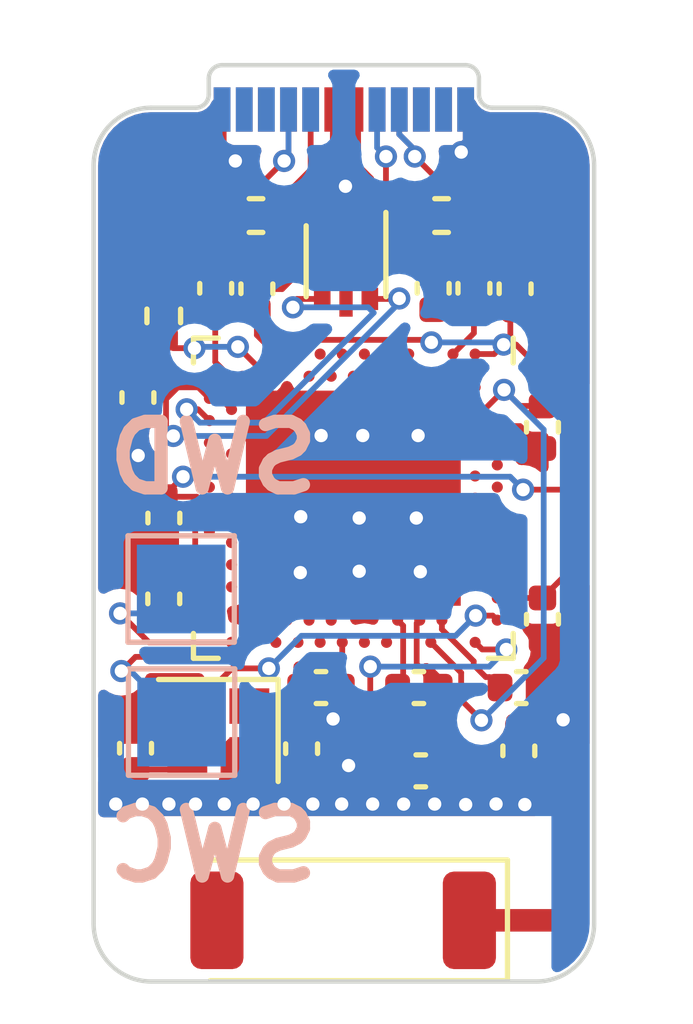
<source format=kicad_pcb>
(kicad_pcb (version 20221018) (generator pcbnew)
  (layers (0 "F.Cu" signal) (31 "B.Cu" signal) (34 "B.Paste" user) (35 "F.Paste" user) (36 "B.SilkS" user "B.Silkscreen") (37 "F.SilkS" user "F.Silkscreen") (38 "B.Mask" user) (39 "F.Mask" user) (44 "Edge.Cuts" user))
  (net 0 "")
  (net 1 "Net-(U2-XC1)")
  (net 2 "VSS_PA")
  (net 3 "Net-(U2-XC2)")
  (net 4 "Net-(U2-ANT)")
  (net 5 "Net-(U2-DEC5)")
  (net 6 "Net-(U2-DEC3)")
  (net 7 "Net-(U2-DEC4)")
  (net 8 "Net-(U2-DEC1)")
  (net 9 "VBUS")
  (net 10 "Net-(U2-VBUS)")
  (net 11 "Net-(U2-DECUSB)")
  (net 12 "CC1")
  (net 13 "DATA+")
  (net 14 "DATA-")
  (net 15 "CC2")
  (net 16 "SWD")
  (net 17 "SWC")
  (net 18 "DATA-F")
  (net 19 "DATA+F")
  (net 30 "RESET")
  (net 71 "Net-(C12-Pad2)")
  (net 72 "/Ant")
  (net 73 "Net-(C30-Pad1)")
  (footprint "Capacitor_SMD:C_0402_1005Metric" (layer "F.Cu") (at 136.24 85.92 -90)
    (fp_text reference "C1" hide)
    (fp_text value "15pF")
    (pad "1" smd roundrect (at -0.48 0 270) (size 0.56 0.62) (layers "F.Cu" "F.Paste" "F.Mask") (net 1 "Net-(U2-XC1)"))
    (pad "2" smd roundrect (at 0.48 0 270) (size 0.56 0.62) (layers "F.Cu" "F.Paste" "F.Mask") (net 2 "VSS_PA"))
  )
  (footprint "Capacitor_SMD:C_0402_1005Metric" (layer "F.Cu") (at 141.144 85.969 90)
    (fp_text reference "C30" hide)
    (fp_text value "0.8pF")
    (pad "1" smd roundrect (at -0.48 0 90) (size 0.56 0.62) (layers "F.Cu" "F.Paste" "F.Mask") (net 73 "Net-(C30-Pad1)"))
    (pad "2" smd roundrect (at 0.48 0 90) (size 0.56 0.62) (layers "F.Cu" "F.Paste" "F.Mask") (net 2 "VSS_PA"))
  )
  (footprint "Capacitor_SMD:C_0402_1005Metric" (layer "F.Cu") (at 141.6775 78.6725 90)
    (fp_text reference "C15" hide)
    (fp_text value "1uF")
    (pad "1" smd roundrect (at -0.48 0 90) (size 0.56 0.62) (layers "F.Cu" "F.Paste" "F.Mask") (net 2 "VSS_PA"))
    (pad "2" smd roundrect (at 0.48 0 90) (size 0.56 0.62) (layers "F.Cu" "F.Paste" "F.Mask") (net 7 "Net-(U2-DEC4)"))
  )
  (footprint "Capacitor_SMD:C_0402_1005Metric" (layer "F.Cu") (at 138.93 86.42)
    (fp_text reference "C4" hide)
    (fp_text value "0.5pF")
    (pad "1" smd roundrect (at -0.48 0) (size 0.56 0.62) (layers "F.Cu" "F.Paste" "F.Mask") (net 2 "VSS_PA"))
    (pad "2" smd roundrect (at 0.48 0) (size 0.56 0.62) (layers "F.Cu" "F.Paste" "F.Mask") (net 73 "Net-(C30-Pad1)"))
  )
  (footprint "Capacitor_SMD:C_0402_1005Metric" (layer "F.Cu") (at 139.21 75.54 90)
    (fp_text reference "C31" hide)
    (fp_text value "100nF")
    (pad "1" smd roundrect (at -0.48 0 90) (size 0.56 0.62) (layers "F.Cu" "F.Paste" "F.Mask") (net 2 "VSS_PA"))
    (pad "2" smd roundrect (at 0.48 0 90) (size 0.56 0.62) (layers "F.Cu" "F.Paste" "F.Mask") (net 9 "VBUS"))
  )
  (footprint "Crystal:Crystal_SMD_2016-4Pin_2.0x1.6mm" (layer "F.Cu") (at 134.36 85.51 180)
    (fp_text reference "Y1" hide)
    (fp_text value "32MHz")
    (pad "1" smd rect (at -0.7 0.55 180) (size 0.9 0.8) (layers "F.Cu" "F.Paste" "F.Mask") (net 1 "Net-(U2-XC1)"))
    (pad "2" smd rect (at 0.7 0.55 180) (size 0.9 0.8) (layers "F.Cu" "F.Paste" "F.Mask") (net 2 "VSS_PA"))
    (pad "3" smd rect (at 0.7 -0.55 180) (size 0.9 0.8) (layers "F.Cu" "F.Paste" "F.Mask") (net 3 "Net-(U2-XC2)"))
    (pad "4" smd rect (at -0.7 -0.55 180) (size 0.9 0.8) (layers "F.Cu" "F.Paste" "F.Mask") (net 2 "VSS_PA"))
  )
  (footprint "Resistor_SMD:R_0402_1005Metric" (layer "F.Cu") (at 139.4 73.9)
    (fp_text reference "R4" hide)
    (fp_text value "5.1K")
    (pad "1" smd roundrect (at -0.51 0) (size 0.54 0.64) (layers "F.Cu" "F.Paste" "F.Mask") (net 15 "CC2"))
    (pad "2" smd roundrect (at 0.51 0) (size 0.54 0.64) (layers "F.Cu" "F.Paste" "F.Mask") (net 2 "VSS_PA"))
  )
  (footprint "Capacitor_SMD:C_0402_1005Metric" (layer "F.Cu") (at 135.23 75.55 -90)
    (fp_text reference "C6" hide)
    (fp_text value "4.7uF")
    (pad "1" smd roundrect (at -0.48 0 270) (size 0.56 0.62) (layers "F.Cu" "F.Paste" "F.Mask") (net 2 "VSS_PA"))
    (pad "2" smd roundrect (at 0.48 0 270) (size 0.56 0.62) (layers "F.Cu" "F.Paste" "F.Mask") (net 71 "Net-(C12-Pad2)"))
  )
  (footprint "Capacitor_SMD:C_0402_1005Metric" (layer "F.Cu") (at 140.13 75.54 -90)
    (fp_text reference "C5" hide)
    (fp_text value "100nF")
    (pad "1" smd roundrect (at -0.48 0 270) (size 0.56 0.62) (layers "F.Cu" "F.Paste" "F.Mask") (net 2 "VSS_PA"))
    (pad "2" smd roundrect (at 0.48 0 270) (size 0.56 0.62) (layers "F.Cu" "F.Paste" "F.Mask") (net 8 "Net-(U2-DEC1)"))
  )
  (footprint "Capacitor_SMD:C_0402_1005Metric" (layer "F.Cu") (at 133.1275 82.5425 -90)
    (fp_text reference "C8" hide)
    (fp_text value "100nF")
    (pad "1" smd roundrect (at -0.48 0 270) (size 0.56 0.62) (layers "F.Cu" "F.Paste" "F.Mask") (net 2 "VSS_PA"))
    (pad "2" smd roundrect (at 0.48 0 270) (size 0.56 0.62) (layers "F.Cu" "F.Paste" "F.Mask") (net 71 "Net-(C12-Pad2)"))
  )
  (footprint "Capacitor_SMD:C_0402_1005Metric" (layer "F.Cu") (at 134.3 75.54 -90)
    (fp_text reference "C20" hide)
    (fp_text value "4.7uF")
    (pad "1" smd roundrect (at -0.48 0 270) (size 0.56 0.62) (layers "F.Cu" "F.Paste" "F.Mask") (net 2 "VSS_PA"))
    (pad "2" smd roundrect (at 0.48 0 270) (size 0.56 0.62) (layers "F.Cu" "F.Paste" "F.Mask") (net 11 "Net-(U2-DECUSB)"))
  )
  (footprint "Capacitor_SMD:C_0402_1005Metric" (layer "F.Cu") (at 132.49 85.91 90)
    (fp_text reference "C2" hide)
    (fp_text value "15pF")
    (pad "1" smd roundrect (at -0.48 0 90) (size 0.56 0.62) (layers "F.Cu" "F.Paste" "F.Mask") (net 3 "Net-(U2-XC2)"))
    (pad "2" smd roundrect (at 0.48 0 90) (size 0.56 0.62) (layers "F.Cu" "F.Paste" "F.Mask") (net 2 "VSS_PA"))
  )
  (footprint "Package_DFN_QFN:Nordic_AQFN-73-1EP_7x7mm_P0.5mm" (layer "F.Cu") (at 137.4075 80.2725 -90)
    (fp_text reference "U2" hide)
    (fp_text value "nRF52840")
    (pad "A8" smd circle (at -1.25 -3.25 90) (size 0.25 0.25) (layers "F.Cu" "F.Paste" "F.Mask"))
    (pad "A10" smd circle (at -0.75 -3.25 90) (size 0.25 0.25) (layers "F.Cu" "F.Paste" "F.Mask"))
    (pad "A12" smd circle (at -0.25 -3.25 90) (size 0.25 0.25) (layers "F.Cu" "F.Paste" "F.Mask"))
    (pad "A14" smd circle (at 0.25 -3.25 90) (size 0.25 0.25) (layers "F.Cu" "F.Paste" "F.Mask"))
    (pad "A16" smd circle (at 0.75 -3.25 90) (size 0.25 0.25) (layers "F.Cu" "F.Paste" "F.Mask"))
    (pad "A18" smd circle (at 1.25 -3.25 90) (size 0.25 0.25) (layers "F.Cu" "F.Paste" "F.Mask"))
    (pad "A20" smd circle (at 1.75 -3.25 90) (size 0.25 0.25) (layers "F.Cu" "F.Paste" "F.Mask"))
    (pad "A22" smd circle (at 2.25 -3.25 90) (size 0.25 0.25) (layers "F.Cu" "F.Paste" "F.Mask") (net 71 "Net-(C12-Pad2)"))
    (pad "A23" smd circle (at 2.75 -3.25 90) (size 0.25 0.25) (layers "F.Cu" "F.Paste" "F.Mask") (net 3 "Net-(U2-XC2)"))
    (pad "AA24" smd circle (at 3.25 2.25 90) (size 0.25 0.25) (layers "F.Cu" "F.Paste" "F.Mask") (net 17 "SWC"))
    (pad "AB2" smd circle (at -2.75 2.5 90) (size 0.25 0.25) (layers "F.Cu" "F.Paste" "F.Mask"))
    (pad "AC5" smd circle (at -2 2.75 90) (size 0.25 0.25) (layers "F.Cu" "F.Paste" "F.Mask") (net 11 "Net-(U2-DECUSB)"))
    (pad "AC9" smd circle (at -1 2.75 90) (size 0.25 0.25) (layers "F.Cu" "F.Paste" "F.Mask"))
    (pad "AC11" smd circle (at -0.5 2.75 90) (size 0.25 0.25) (layers "F.Cu" "F.Paste" "F.Mask"))
    (pad "AC13" smd circle (at 0 2.75 90) (size 0.25 0.25) (layers "F.Cu" "F.Paste" "F.Mask") (net 30 "RESET"))
    (pad "AC15" smd circle (at 0.5 2.75 90) (size 0.25 0.25) (layers "F.Cu" "F.Paste" "F.Mask"))
    (pad "AC17" smd circle (at 1 2.75 90) (size 0.25 0.25) (layers "F.Cu" "F.Paste" "F.Mask"))
    (pad "AC19" smd circle (at 1.5 2.75 90) (size 0.25 0.25) (layers "F.Cu" "F.Paste" "F.Mask"))
    (pad "AC21" smd circle (at 2 2.75 90) (size 0.25 0.25) (layers "F.Cu" "F.Paste" "F.Mask"))
    (pad "AC24" smd circle (at 3.25 2.75 90) (size 0.25 0.25) (layers "F.Cu" "F.Paste" "F.Mask") (net 16 "SWD"))
    (pad "AD2" smd circle (at -2.75 3.25 90) (size 0.25 0.25) (layers "F.Cu" "F.Paste" "F.Mask") (net 10 "Net-(U2-VBUS)"))
    (pad "AD4" smd circle (at -2.25 3.25 90) (size 0.25 0.25) (layers "F.Cu" "F.Paste" "F.Mask") (net 18 "DATA-F"))
    (pad "AD6" smd circle (at -1.75 3.25 90) (size 0.25 0.25) (layers "F.Cu" "F.Paste" "F.Mask") (net 19 "DATA+F"))
    (pad "AD8" smd circle (at -1.25 3.25 90) (size 0.25 0.25) (layers "F.Cu" "F.Paste" "F.Mask"))
    (pad "AD10" smd circle (at -0.75 3.25 90) (size 0.25 0.25) (layers "F.Cu" "F.Paste" "F.Mask"))
    (pad "AD12" smd circle (at -0.25 3.25 90) (size 0.25 0.25) (layers "F.Cu" "F.Paste" "F.Mask"))
    (pad "AD14" smd circle (at 0.25 3.25 90) (size 0.25 0.25) (layers "F.Cu" "F.Paste" "F.Mask") (net 71 "Net-(C12-Pad2)"))
    (pad "AD16" smd circle (at 0.75 3.25 90) (size 0.25 0.25) (layers "F.Cu" "F.Paste" "F.Mask"))
    (pad "AD18" smd circle (at 1.25 3.25 90) (size 0.25 0.25) (layers "F.Cu" "F.Paste" "F.Mask"))
    (pad "AD20" smd circle (at 1.75 3.25 90) (size 0.25 0.25) (layers "F.Cu" "F.Paste" "F.Mask"))
    (pad "AD22" smd circle (at 2.25 3.25 90) (size 0.25 0.25) (layers "F.Cu" "F.Paste" "F.Mask"))
    (pad "AD23" smd circle (at 2.75 3.25 90) (size 0.25 0.25) (layers "F.Cu" "F.Paste" "F.Mask") (net 71 "Net-(C12-Pad2)"))
    (pad "B1" smd circle (at -3.25 -2.75 90) (size 0.25 0.25) (layers "F.Cu" "F.Paste" "F.Mask") (net 71 "Net-(C12-Pad2)"))
    (pad "B3" smd circle (at -2.5 -2.75 90) (size 0.25 0.25) (layers "F.Cu" "F.Paste" "F.Mask"))
    (pad "B5" smd circle (at -2 -2.75 90) (size 0.25 0.25) (layers "F.Cu" "F.Paste" "F.Mask") (net 7 "Net-(U2-DEC4)"))
    (pad "B7" smd circle (at -1.5 -2.75 90) (size 0.25 0.25) (layers "F.Cu" "F.Paste" "F.Mask") (net 2 "VSS_PA"))
    (pad "B9" smd circle (at -1 -2.75 90) (size 0.25 0.25) (layers "F.Cu" "F.Paste" "F.Mask"))
    (pad "B11" smd circle (at -0.5 -2.75 90) (size 0.25 0.25) (layers "F.Cu" "F.Paste" "F.Mask"))
    (pad "B13" smd circle (at 0 -2.75 90) (size 0.25 0.25) (layers "F.Cu" "F.Paste" "F.Mask"))
    (pad "B15" smd circle (at 0.5 -2.75 90) (size 0.25 0.25) (layers "F.Cu" "F.Paste" "F.Mask"))
    (pad "B17" smd circle (at 1 -2.75 90) (size 0.25 0.25) (layers "F.Cu" "F.Paste" "F.Mask"))
    (pad "B19" smd circle (at 1.5 -2.75 90) (size 0.25 0.25) (layers "F.Cu" "F.Paste" "F.Mask"))
    (pad "B24" smd circle (at 3.25 -2.75 90) (size 0.25 0.25) (layers "F.Cu" "F.Paste" "F.Mask") (net 1 "Net-(U2-XC1)"))
    (pad "C1" smd circle (at -3.25 -2.25 90) (size 0.25 0.25) (layers "F.Cu" "F.Paste" "F.Mask") (net 8 "Net-(U2-DEC1)"))
    (pad "D2" smd circle (at -2.75 -2 90) (size 0.25 0.25) (layers "F.Cu" "F.Paste" "F.Mask"))
    (pad "D23" smd circle (at 2.75 -2 90) (size 0.25 0.25) (layers "F.Cu" "F.Paste" "F.Mask") (net 6 "Net-(U2-DEC3)"))
    (pad "E24" smd circle (at 3.25 -1.75 90) (size 0.25 0.25) (layers "F.Cu" "F.Paste" "F.Mask") (net 7 "Net-(U2-DEC4)"))
    (pad "EP" smd rect (at 0 0 90) (size 4.85 4.85) (layers "F.Cu" "F.Mask") (net 2 "VSS_PA"))
    (pad "F2" smd circle (at -2.75 -1.5 90) (size 0.25 0.25) (layers "F.Cu" "F.Paste" "F.Mask"))
    (pad "F23" smd circle (at 2.75 -1.5 90) (size 0.25 0.25) (layers "F.Cu" "F.Paste" "F.Mask") (net 2 "VSS_PA"))
    (pad "G1" smd circle (at -3.25 -1.25 90) (size 0.25 0.25) (layers "F.Cu" "F.Paste" "F.Mask"))
    (pad "H2" smd circle (at -2.75 -1 90) (size 0.25 0.25) (layers "F.Cu" "F.Paste" "F.Mask"))
    (pad "H23" smd circle (at 2.75 -1 90) (size 0.25 0.25) (layers "F.Cu" "F.Paste" "F.Mask") (net 4 "Net-(U2-ANT)"))
    (pad "J1" smd circle (at -3.25 -0.75 90) (size 0.25 0.25) (layers "F.Cu" "F.Paste" "F.Mask"))
    (pad "J24" smd circle (at 3.25 -0.75 90) (size 0.25 0.25) (layers "F.Cu" "F.Paste" "F.Mask"))
    (pad "K2" smd circle (at -2.75 -0.5 90) (size 0.25 0.25) (layers "F.Cu" "F.Paste" "F.Mask"))
    (pad "L1" smd circle (at -3.25 -0.25 90) (size 0.25 0.25) (layers "F.Cu" "F.Paste" "F.Mask"))
    (pad "L24" smd circle (at 3.25 -0.25 90) (size 0.25 0.25) (layers "F.Cu" "F.Paste" "F.Mask"))
    (pad "M2" smd circle (at -2.75 0 90) (size 0.25 0.25) (layers "F.Cu" "F.Paste" "F.Mask"))
    (pad "N1" smd circle (at -3.25 0.25 90) (size 0.25 0.25) (layers "F.Cu" "F.Paste" "F.Mask"))
    (pad "N24" smd circle (at 3.25 0.25 90) (size 0.25 0.25) (layers "F.Cu" "F.Paste" "F.Mask") (net 5 "Net-(U2-DEC5)"))
    (pad "P2" smd circle (at -2.75 0.5 90) (size 0.25 0.25) (layers "F.Cu" "F.Paste" "F.Mask"))
    (pad "P23" smd circle (at 2.75 0.5 90) (size 0.25 0.25) (layers "F.Cu" "F.Paste" "F.Mask"))
    (pad "R1" smd circle (at -3.25 0.75 90) (size 0.25 0.25) (layers "F.Cu" "F.Paste" "F.Mask"))
    (pad "R24" smd circle (at 3.25 0.75 90) (size 0.25 0.25) (layers "F.Cu" "F.Paste" "F.Mask"))
    (pad "T2" smd circle (at -2.75 1 90) (size 0.25 0.25) (layers "F.Cu" "F.Paste" "F.Mask"))
    (pad "T23" smd circle (at 2.75 1 90) (size 0.25 0.25) (layers "F.Cu" "F.Paste" "F.Mask"))
    (pad "U1" smd circle (at -3.25 1.25 90) (size 0.25 0.25) (layers "F.Cu" "F.Paste" "F.Mask"))
    (pad "U24" smd circle (at 3.25 1.25 90) (size 0.25 0.25) (layers "F.Cu" "F.Paste" "F.Mask"))
    (pad "V23" smd circle (at 2.75 1.5 90) (size 0.25 0.25) (layers "F.Cu" "F.Paste" "F.Mask"))
    (pad "W1" smd circle (at -3.25 1.75 90) (size 0.25 0.25) (layers "F.Cu" "F.Paste" "F.Mask") (net 71 "Net-(C12-Pad2)"))
    (pad "W24" smd circle (at 3.25 1.75 90) (size 0.25 0.25) (layers "F.Cu" "F.Paste" "F.Mask"))
    (pad "Y2" smd circle (at -2.75 2 90) (size 0.25 0.25) (layers "F.Cu" "F.Paste" "F.Mask") (net 10 "Net-(U2-VBUS)"))
    (pad "Y23" smd circle (at 2.75 2 90) (size 0.25 0.25) (layers "F.Cu" "F.Paste" "F.Mask"))
  )
  (footprint "Resistor_SMD:R_0402_1005Metric" (layer "F.Cu") (at 135.21 73.9 180)
    (fp_text reference "R5" hide)
    (fp_text value "5.1K")
    (pad "1" smd roundrect (at -0.51 0 180) (size 0.54 0.64) (layers "F.Cu" "F.Paste" "F.Mask") (net 12 "CC1"))
    (pad "2" smd roundrect (at 0.51 0 180) (size 0.54 0.64) (layers "F.Cu" "F.Paste" "F.Mask") (net 2 "VSS_PA"))
  )
  (footprint "Connector_USB:USB_C_Plug_Molex_105444" (layer "F.Cu") (at 137.194 71.469)
    (fp_text reference "P1" hide)
    (fp_text value "USB_C_Plug_USB2.0" hide)
    (pad "A1" smd rect (at -2.75 0.04) (size 0.38 1) (layers "F.Cu" "F.Paste" "F.Mask") (net 2 "VSS_PA"))
    (pad "A2" smd rect (at -2.25 0.04) (size 0.38 1) (layers "F.Cu" "F.Paste" "F.Mask"))
    (pad "A3" smd rect (at -1.75 0.04) (size 0.38 1) (layers "F.Cu" "F.Paste" "F.Mask"))
    (pad "A4" smd rect (at -1.25 0.04) (size 0.38 1) (layers "F.Cu" "F.Paste" "F.Mask") (net 9 "VBUS"))
    (pad "A5" smd rect (at -0.75 0.04) (size 0.38 1) (layers "F.Cu" "F.Paste" "F.Mask") (net 12 "CC1"))
    (pad "A6" smd rect (at -0.25 0.04) (size 0.38 1) (layers "F.Cu" "F.Paste" "F.Mask") (net 13 "DATA+"))
    (pad "A7" smd rect (at 0.25 0.04) (size 0.38 1) (layers "F.Cu" "F.Paste" "F.Mask") (net 14 "DATA-"))
    (pad "A8" smd rect (at 0.75 0.04) (size 0.38 1) (layers "F.Cu" "F.Paste" "F.Mask"))
    (pad "A9" smd rect (at 1.25 0.04) (size 0.38 1) (layers "F.Cu" "F.Paste" "F.Mask") (net 9 "VBUS"))
    (pad "A10" smd rect (at 1.75 0.04) (size 0.38 1) (layers "F.Cu" "F.Paste" "F.Mask"))
    (pad "A11" smd rect (at 2.25 0.04) (size 0.38 1) (layers "F.Cu" "F.Paste" "F.Mask"))
    (pad "A12" smd rect (at 2.75 0.04) (size 0.38 1) (layers "F.Cu" "F.Paste" "F.Mask") (net 2 "VSS_PA"))
    (pad "B1" smd rect (at 2.75 0.04) (size 0.38 1) (layers "B.Cu" "B.Paste" "B.Mask") (net 2 "VSS_PA"))
    (pad "B2" smd rect (at 2.25 0.04) (size 0.38 1) (layers "B.Cu" "B.Paste" "B.Mask"))
    (pad "B3" smd rect (at 1.75 0.04) (size 0.38 1) (layers "B.Cu" "B.Paste" "B.Mask"))
    (pad "B4" smd rect (at 1.25 0.04) (size 0.38 1) (layers "B.Cu" "B.Paste" "B.Mask") (net 9 "VBUS"))
    (pad "B5" smd rect (at 0.75 0.04) (size 0.38 1) (layers "B.Cu" "B.Paste" "B.Mask") (net 15 "CC2"))
    (pad "B8" smd rect (at -0.75 0.04) (size 0.38 1) (layers "B.Cu" "B.Paste" "B.Mask"))
    (pad "B9" smd rect (at -1.25 0.04) (size 0.38 1) (layers "B.Cu" "B.Paste" "B.Mask") (net 9 "VBUS"))
    (pad "B10" smd rect (at -1.75 0.04) (size 0.38 1) (layers "B.Cu" "B.Paste" "B.Mask"))
    (pad "B11" smd rect (at -2.25 0.04) (size 0.38 1) (layers "B.Cu" "B.Paste" "B.Mask"))
    (pad "B12" smd rect (at -2.75 0.04) (size 0.38 1) (layers "B.Cu" "B.Paste" "B.Mask") (net 2 "VSS_PA"))
    (pad "S1" smd rect (at -3.42 0.88) (size 0.7 1.15) (layers "F.Cu" "F.Paste" "F.Mask") (net 2 "VSS_PA"))
    (pad "S1" smd rect (at 3.42 0.88) (size 0.7 1.15) (layers "B.Cu" "B.Paste" "B.Mask") (net 2 "VSS_PA"))
  )
  (footprint "Capacitor_SMD:C_0402_1005Metric" (layer "F.Cu") (at 138.8875 84.5425 180)
    (fp_text reference "C3" hide)
    (fp_text value "0.8pF")
    (pad "1" smd roundrect (at -0.48 0 180) (size 0.56 0.62) (layers "F.Cu" "F.Paste" "F.Mask") (net 2 "VSS_PA"))
    (pad "2" smd roundrect (at 0.48 0 180) (size 0.56 0.62) (layers "F.Cu" "F.Paste" "F.Mask") (net 4 "Net-(U2-ANT)"))
  )
  (footprint "Capacitor_SMD:C_0402_1005Metric" (layer "F.Cu") (at 133.13 80.72 90)
    (fp_text reference "C7" hide)
    (fp_text value "100nF" hide)
    (pad "1" smd roundrect (at -0.48 0 90) (size 0.56 0.62) (layers "F.Cu" "F.Paste" "F.Mask") (net 2 "VSS_PA"))
    (pad "2" smd roundrect (at 0.48 0 90) (size 0.56 0.62) (layers "F.Cu" "F.Paste" "F.Mask") (net 71 "Net-(C12-Pad2)"))
  )
  (footprint "Inductor_SMD:L_0402_1005Metric" (layer "F.Cu") (at 142.244 86.969 90)
    (fp_text reference "L3" hide)
    (fp_text value "5.6nH")
    (pad "1" smd roundrect (at -0.485 0 90) (size 0.59 0.64) (layers "F.Cu" "F.Paste" "F.Mask") (net 72 "/Ant"))
    (pad "2" smd roundrect (at 0.485 0 90) (size 0.59 0.64) (layers "F.Cu" "F.Paste" "F.Mask") (net 73 "Net-(C30-Pad1)"))
  )
  (footprint "Capacitor_SMD:C_0402_1005Metric" (layer "F.Cu") (at 141.6775 83.0025 90)
    (fp_text reference "C12" hide)
    (fp_text value "100nF")
    (pad "1" smd roundrect (at -0.48 0 90) (size 0.56 0.62) (layers "F.Cu" "F.Paste" "F.Mask") (net 2 "VSS_PA"))
    (pad "2" smd roundrect (at 0.48 0 90) (size 0.56 0.62) (layers "F.Cu" "F.Paste" "F.Mask") (net 71 "Net-(C12-Pad2)"))
  )
  (footprint "Capacitor_SMD:C_0402_1005Metric" (layer "F.Cu") (at 141.06 75.55 -90)
    (fp_text reference "C14" hide)
    (fp_text value "1uF")
    (pad "1" smd roundrect (at -0.48 0 270) (size 0.56 0.62) (layers "F.Cu" "F.Paste" "F.Mask") (net 2 "VSS_PA"))
    (pad "2" smd roundrect (at 0.48 0 270) (size 0.56 0.62) (layers "F.Cu" "F.Paste" "F.Mask") (net 71 "Net-(C12-Pad2)"))
  )
  (footprint "Capacitor_SMD:C_0402_1005Metric" (layer "F.Cu") (at 141.2 84.5425 180)
    (fp_text reference "C11" hide)
    (fp_text value "100pF")
    (pad "1" smd roundrect (at -0.48 0 180) (size 0.56 0.62) (layers "F.Cu" "F.Paste" "F.Mask") (net 2 "VSS_PA"))
    (pad "2" smd roundrect (at 0.48 0 180) (size 0.56 0.62) (layers "F.Cu" "F.Paste" "F.Mask") (net 6 "Net-(U2-DEC3)"))
  )
  (footprint "Resistor_SMD:R_0402_1005Metric" (layer "F.Cu") (at 133.1275 76.1625 90)
    (fp_text reference "R1" hide)
    (fp_text value "2.2")
    (pad "1" smd roundrect (at -0.51 0 90) (size 0.54 0.64) (layers "F.Cu" "F.Paste" "F.Mask") (net 10 "Net-(U2-VBUS)"))
    (pad "2" smd roundrect (at 0.51 0 90) (size 0.54 0.64) (layers "F.Cu" "F.Paste" "F.Mask") (net 9 "VBUS"))
  )
  (footprint "RF_Antenna:Johanson_2450AT43F0100" (layer "F.Cu") (at 137.1775 89.79 180)
    (fp_text reference "AE1" hide)
    (fp_text value "Antenna")
    (pad "1" smd roundrect (at -2.85 0 180) (size 1.2 2.2) (layers "F.Cu" "F.Paste" "F.Mask") (roundrect_rratio 0.2083333333) (net 72 "/Ant"))
    (pad "2" smd roundrect (at 2.85 0 180) (size 1.2 2.2) (layers "F.Cu" "F.Paste" "F.Mask") (roundrect_rratio 0.2083333333))
  )
  (footprint "Package_TO_SOT_SMD:SOT-666" (layer "F.Cu") (at 137.2425 74.93 -90)
    (fp_text reference "U1" hide)
    (fp_text value "USBLC6-2P6")
    (pad "1" smd rect (at -0.85 -0.5375 270) (size 0.5 0.375) (layers "F.Cu" "F.Paste" "F.Mask") (net 14 "DATA-"))
    (pad "2" smd rect (at -0.925 0 270) (size 0.65 0.3) (layers "F.Cu" "F.Paste" "F.Mask") (net 2 "VSS_PA"))
    (pad "3" smd rect (at -0.85 0.5375 270) (size 0.5 0.375) (layers "F.Cu" "F.Paste" "F.Mask") (net 13 "DATA+"))
    (pad "4" smd rect (at 0.85 0.5375 270) (size 0.5 0.375) (layers "F.Cu" "F.Paste" "F.Mask") (net 19 "DATA+F"))
    (pad "5" smd rect (at 0.925 0 270) (size 0.65 0.3) (layers "F.Cu" "F.Paste" "F.Mask") (net 9 "VBUS"))
    (pad "6" smd rect (at 0.85 -0.5375 270) (size 0.5 0.375) (layers "F.Cu" "F.Paste" "F.Mask") (net 18 "DATA-F"))
  )
  (footprint "Capacitor_SMD:C_0402_1005Metric" (layer "F.Cu") (at 132.544 78.0025 90)
    (fp_text reference "C19" hide)
    (fp_text value "4.7uF")
    (pad "1" smd roundrect (at -0.48 0 90) (size 0.56 0.62) (layers "F.Cu" "F.Paste" "F.Mask") (net 2 "VSS_PA"))
    (pad "2" smd roundrect (at 0.48 0 90) (size 0.56 0.62) (layers "F.Cu" "F.Paste" "F.Mask") (net 10 "Net-(U2-VBUS)"))
  )
  (footprint "Inductor_SMD:L_0402_1005Metric" (layer "F.Cu") (at 138.92 85.49 180)
    (fp_text reference "L1" hide)
    (fp_text value "4.7nH")
    (pad "1" smd roundrect (at -0.485 0 180) (size 0.59 0.64) (layers "F.Cu" "F.Paste" "F.Mask") (net 73 "Net-(C30-Pad1)"))
    (pad "2" smd roundrect (at 0.485 0 180) (size 0.59 0.64) (layers "F.Cu" "F.Paste" "F.Mask") (net 4 "Net-(U2-ANT)"))
  )
  (footprint "Capacitor_SMD:C_0402_1005Metric" (layer "F.Cu") (at 136.6775 84.5425)
    (fp_text reference "C9" hide)
    (fp_text value "820pF")
    (pad "1" smd roundrect (at -0.48 0) (size 0.56 0.62) (layers "F.Cu" "F.Paste" "F.Mask") (net 2 "VSS_PA"))
    (pad "2" smd roundrect (at 0.48 0) (size 0.56 0.62) (layers "F.Cu" "F.Paste" "F.Mask") (net 5 "Net-(U2-DEC5)"))
  )
  (footprint "TestPoint:TestPoint_Pad_2.0x2.0mm" (layer "B.Cu") (at 133.52 82.32 -90)
    (fp_text reference "TP1" hide)
    (fp_text value "SWD")
    (pad "1" smd rect (at 0 0 270) (size 2 2) (layers "B.Cu" "B.Mask") (net 16 "SWD"))
  )
  (footprint "TestPoint:TestPoint_Pad_2.0x2.0mm" (layer "B.Cu") (at 133.53 85.32 -90)
    (fp_text reference "TP2" hide)
    (fp_text value "SWC")
    (pad "1" smd rect (at 0 0 270) (size 2 2) (layers "B.Cu" "B.Mask") (net 17 "SWC"))
  )
  (gr_arc (start 139.944 70.509) (mid 140.156132 70.596868) (end 140.244 70.809) (stroke (width 0.1)) (layer "Edge.Cuts"))
  (gr_line (start 140.544 71.469) (end 141.544 71.469) (stroke (width 0.1)) (layer "Edge.Cuts"))
  (gr_arc (start 141.544 71.469) (mid 142.463239 71.849761) (end 142.844 72.769) (stroke (width 0.1)) (layer "Edge.Cuts"))
  (gr_arc (start 134.144 71.169) (mid 134.056132 71.381132) (end 133.844 71.469) (stroke (width 0.1)) (layer "Edge.Cuts"))
  (gr_line (start 131.544 72.769) (end 131.544 89.869) (stroke (width 0.1)) (layer "Edge.Cuts"))
  (gr_line (start 133.844 71.469) (end 132.844 71.469) (stroke (width 0.1)) (layer "Edge.Cuts"))
  (gr_line (start 139.944 70.509) (end 134.444 70.509) (stroke (width 0.1)) (layer "Edge.Cuts"))
  (gr_line (start 142.844 72.769) (end 142.844 89.869) (stroke (width 0.1)) (layer "Edge.Cuts"))
  (gr_arc (start 134.144 70.809) (mid 134.231868 70.596868) (end 134.444 70.509) (stroke (width 0.1)) (layer "Edge.Cuts"))
  (gr_line (start 140.244 70.809) (end 140.244 71.169) (stroke (width 0.1)) (layer "Edge.Cuts"))
  (gr_arc (start 131.544 72.769) (mid 131.924761 71.849761) (end 132.844 71.469) (stroke (width 0.1)) (layer "Edge.Cuts"))
  (gr_line (start 141.544 91.169) (end 132.844 91.169) (stroke (width 0.1)) (layer "Edge.Cuts"))
  (gr_line (start 134.144 70.809) (end 134.144 71.169) (stroke (width 0.1)) (layer "Edge.Cuts"))
  (gr_arc (start 132.844 91.169) (mid 131.924761 90.788239) (end 131.544 89.869) (stroke (width 0.1)) (layer "Edge.Cuts"))
  (gr_arc (start 140.544 71.469) (mid 140.331868 71.381132) (end 140.244 71.169) (stroke (width 0.1)) (layer "Edge.Cuts"))
  (gr_arc (start 142.844 89.869) (mid 142.463239 90.788239) (end 141.544 91.169) (stroke (width 0.1)) (layer "Edge.Cuts"))
  (gr_text "SWC" (at 136.764 88.989) (layer "B.SilkS") (effects (font (size 1.5 1.5) (thickness 0.3) bold) (justify left bottom mirror)))
  (gr_text "SWD" (at 136.764 80.239) (layer "B.SilkS") (effects (font (size 1.5 1.5) (thickness 0.3) bold) (justify left bottom mirror)))
  (segment (start 137.79 85.06761) (end 137.79 84.07) (width 0.13) (layer "F.Cu") (net 1))
  (segment (start 135.06 84.96) (end 135.76 84.96) (width 0.13) (layer "F.Cu") (net 1))
  (segment (start 140.861 83.683) (end 140.318 83.683) (width 0.13) (layer "F.Cu") (net 1))
  (segment (start 136.485 85.44) (end 136.485 85.44261) (width 0.13) (layer "F.Cu") (net 1))
  (segment (start 137.14261 85.715) (end 137.79 85.06761) (width 0.13) (layer "F.Cu") (net 1))
  (segment (start 136.75739 85.715) (end 137.14261 85.715) (width 0.13) (layer "F.Cu") (net 1))
  (segment (start 136.24 85.44) (end 136.485 85.44) (width 0.13) (layer "F.Cu") (net 1))
  (segment (start 135.76 84.96) (end 136.24 85.44) (width 0.13) (layer "F.Cu") (net 1))
  (segment (start 136.485 85.44261) (end 136.75739 85.715) (width 0.13) (layer "F.Cu") (net 1))
  (segment (start 140.318 83.683) (end 140.1575 83.5225) (width 0.13) (layer "F.Cu") (net 1))
  (via (at 137.79 84.07) (size 0.5) (drill 0.3) (layers "F.Cu" "B.Cu") (net 1))
  (via (at 140.861 83.683) (size 0.5) (drill 0.3) (layers "F.Cu" "B.Cu") (net 1))
  (segment (start 140.861 83.683) (end 140.474 84.07) (width 0.13) (layer "B.Cu") (net 1))
  (segment (start 140.474 84.07) (end 137.79 84.07) (width 0.13) (layer "B.Cu") (net 1))
  (segment (start 141.06 75.07) (end 140.14 75.07) (width 0.13) (layer "F.Cu") (net 2))
  (segment (start 137.42 80.33) (end 137.4075 80.3175) (width 0.13) (layer "F.Cu") (net 2))
  (segment (start 137.2425 74.005) (end 137.2425 73.2525) (width 0.13) (layer "F.Cu") (net 2))
  (segment (start 139.844 72.469) (end 139.944 72.369) (width 0.13) (layer "F.Cu") (net 2))
  (segment (start 134.7 73.9) (end 134.7 74.66) (width 0.13) (layer "F.Cu") (net 2))
  (segment (start 138.92 81.93) (end 138.92 83.01) (width 0.13) (layer "F.Cu") (net 2))
  (segment (start 138.8375 83.0925) (end 138.8375 84.0125) (width 0.13) (layer "F.Cu") (net 2))
  (segment (start 137.4075 81.4875) (end 137.4075 80.8525) (width 0.13) (layer "F.Cu") (net 2))
  (segment (start 137.2425 73.2525) (end 137.23 73.24) (width 0.13) (layer "F.Cu") (net 2))
  (segment (start 140.1575 78.7725) (end 138.9575 78.7725) (width 0.13) (layer "F.Cu") (net 2))
  (segment (start 131.995 85.925) (end 131.995 87.12) (width 0.13) (layer "F.Cu") (net 2))
  (segment (start 141.6775 84.54) (end 141.68 84.5425) (width 0.13) (layer "F.Cu") (net 2))
  (segment (start 134.7 72.713) (end 134.7 73.9) (width 0.13) (layer "F.Cu") (net 2))
  (segment (start 136.24 86.4) (end 137.2 86.4) (width 0.13) (layer "F.Cu") (net 2))
  (segment (start 138.92 83.01) (end 138.9075 83.0225) (width 0.13) (layer "F.Cu") (net 2))
  (segment (start 137.4075 80.3175) (end 137.4075 80.2725) (width 0.13) (layer "F.Cu") (net 2))
  (segment (start 136.1975 84.5425) (end 136.2525 84.5425) (width 0.13) (layer "F.Cu") (net 2))
  (segment (start 131.995 87.12) (end 132.044 87.169) (width 0.13) (layer "F.Cu") (net 2))
  (segment (start 134.7 74.66) (end 134.3 75.06) (width 0.13) (layer "F.Cu") (net 2))
  (segment (start 141.6775 83.4825) (end 141.6775 84.54) (width 0.13) (layer "F.Cu") (net 2))
  (segment (start 141.144 85.489) (end 141.144 85.0785) (width 0.13) (layer "F.Cu") (net 2))
  (segment (start 139.21 75.98) (end 139.21 76.02) (width 0.13) (layer "F.Cu") (net 2))
  (segment (start 137.4075 80.3425) (end 137.42 80.33) (width 0.13) (layer "F.Cu") (net 2))
  (segment (start 138.8375 84.0125) (end 139.3675 84.5425) (width 0.13) (layer "F.Cu") (net 2))
  (segment (start 141.68 84.5425) (end 141.68 84.805) (width 0.13) (layer "F.Cu") (net 2))
  (segment (start 138.45 86.42) (end 137.42 86.42) (width 0.13) (layer "F.Cu") (net 2))
  (segment (start 137.54 80.72) (end 137.4075 80.5875) (width 0.13) (layer "F.Cu") (net 2))
  (segment (start 137.54 81.92) (end 137.54 81.655) (width 0.13) (layer "F.Cu") (net 2))
  (segment (start 134.31 75.07) (end 134.3 75.06) (width 0.13) (layer "F.Cu") (net 2))
  (segment (start 140.14 75.07) (end 140.13 75.06) (width 0.13) (layer "F.Cu") (net 2))
  (segment (start 139.944 72.369) (end 139.944 71.509) (width 0.13) (layer "F.Cu") (net 2))
  (segment (start 137.2 86.4) (end 137.3 86.3) (width 0.13) (layer "F.Cu") (net 2))
  (segment (start 132.49 85.43) (end 133.19 85.43) (width 0.13) (layer "F.Cu") (net 2))
  (segment (start 136.2525 84.5425) (end 136.94 85.23) (width 0.13) (layer "F.Cu") (net 2))
  (segment (start 135.23 75.07) (end 134.31 75.07) (width 0.13) (layer "F.Cu") (net 2))
  (segment (start 137.42 86.42) (end 137.3 86.3) (width 0.13) (layer "F.Cu") (net 2))
  (segment (start 132.544 78.4825) (end 132.55 78.4885) (width 0.13) (layer "F.Cu") (net 2))
  (segment (start 139.91 73.9) (end 139.91 74.84) (width 0.13) (layer "F.Cu") (net 2))
  (segment (start 133.19 85.43) (end 133.66 84.96) (width 0.13) (layer "F.Cu") (net 2))
  (segment (start 132.49 85.43) (end 131.995 85.925) (width 0.13) (layer "F.Cu") (net 2))
  (segment (start 140.2825 78.6475) (end 140.1575 78.7725) (width 0.13) (layer "F.Cu") (net 2))
  (segment (start 137.4075 80.8525) (end 137.54 80.72) (width 0.13) (layer "F.Cu") (net 2))
  (segment (start 137.54 81.655) (end 137.4075 81.5225) (width 0.13) (layer "F.Cu") (net 2))
  (segment (start 137.4075 81.4925) (end 137.41 81.49) (width 0.13) (layer "F.Cu") (net 2))
  (segment (start 139.91 72.535) (end 139.91 73.9) (width 0.13) (layer "F.Cu") (net 2))
  (segment (start 140.13 75.06) (end 139.21 75.98) (width 0.13) (layer "F.Cu") (net 2))
  (segment (start 137.4075 80.5875) (end 137.4075 80.3425) (width 0.13) (layer "F.Cu") (net 2))
  (segment (start 141.6775 79.1525) (end 141.1725 78.6475) (width 0.13) (layer "F.Cu") (net 2))
  (segment (start 137.4075 81.5225) (end 137.4075 81.4925) (width 0.13) (layer "F.Cu") (net 2))
  (segment (start 138.9075 83.0225) (end 138.8375 83.0925) (width 0.13) (layer "F.Cu") (net 2))
  (segment (start 138.9575 78.7725) (end 138.87 78.86) (width 0.13) (layer "F.Cu") (net 2))
  (segment (start 134.48 72.405) (end 134.48 71.93) (width 0.13) (layer "F.Cu") (net 2))
  (segment (start 139.91 74.84) (end 140.13 75.06) (width 0.13) (layer "F.Cu") (net 2))
  (segment (start 141.144 85.0785) (end 141.68 84.5425) (width 0.13) (layer "F.Cu") (net 2))
  (segment (start 134.744 72.669) (end 134.7 72.713) (width 0.13) (layer "F.Cu") (net 2))
  (segment (start 132.55 78.4885) (end 132.55 79.31) (width 0.13) (layer "F.Cu") (net 2))
  (segment (start 139.844 72.469) (end 139.91 72.535) (width 0.13) (layer "F.Cu") (net 2))
  (segment (start 134.744 72.669) (end 134.48 72.405) (width 0.13) (layer "F.Cu") (net 2))
  (segment (start 137.41 81.49) (end 137.4075 81.4875) (width 0.13) (layer "F.Cu") (net 2))
  (segment (start 141.1725 78.6475) (end 140.2825 78.6475) (width 0.13) (layer "F.Cu") (net 2))
  (segment (start 141.68 84.805) (end 142.144 85.269) (width 0.13) (layer "F.Cu") (net 2))
  (via (at 142.144 85.269) (size 0.5) (drill 0.3) (layers "F.Cu" "B.Cu") (net 2))
  (via (at 139.844 72.469) (size 0.5) (drill 0.3) (layers "F.Cu" "B.Cu") (net 2))
  (via (at 140.630134 87.166663) (size 0.5) (drill 0.3) (layers "F.Cu" "B.Cu") (net 2))
  (via (at 137.3 86.3) (size 0.5) (drill 0.3) (layers "F.Cu" "B.Cu") (net 2))
  (via (at 136.21 81.95) (size 0.5) (drill 0.3) (layers "F.Cu" "B.Cu") (net 2))
  (via (at 137.844 87.169) (size 0.5) (drill 0.3) (layers "F.Cu" "B.Cu") (net 2))
  (via (at 139.244 87.169) (size 0.5) (drill 0.3) (layers "F.Cu" "B.Cu") (net 2))
  (via (at 133.244 87.169) (size 0.5) (drill 0.3) (layers "F.Cu" "B.Cu") (net 2))
  (via (at 139.944 87.18) (size 0.5) (drill 0.3) (layers "F.Cu" "B.Cu") (net 2))
  (via (at 138.544 87.17) (size 0.5) (drill 0.3) (layers "F.Cu" "B.Cu") (net 2))
  (via (at 137.54 80.72) (size 0.5) (drill 0.3) (layers "F.Cu" "B.Cu") (net 2))
  (via (at 134.744 72.669) (size 0.5) (drill 0.3) (layers "F.Cu" "B.Cu") (net 2))
  (via (at 136.68 78.86) (size 0.5) (drill 0.3) (layers "F.Cu" "B.Cu") (net 2))
  (via (at 132.644 87.169) (size 0.5) (drill 0.3) (layers "F.Cu" "B.Cu") (net 2))
  (via (at 138.83 80.72) (size 0.5) (drill 0.3) (layers "F.Cu" "B.Cu") (net 2))
  (via (at 138.92 81.93) (size 0.5) (drill 0.3) (layers "F.Cu" "B.Cu") (net 2))
  (via (at 136.22 80.69) (size 0.5) (drill 0.3) (layers "F.Cu" "B.Cu") (net 2))
  (via (at 134.493997 87.169) (size 0.5) (drill 0.3) (layers "F.Cu" "B.Cu") (net 2))
  (via (at 136.493998 87.16909) (size 0.5) (drill 0.3) (layers "F.Cu" "B.Cu") (net 2))
  (via (at 137.144 87.1687) (size 0.5) (drill 0.3) (layers "F.Cu" "B.Cu") (net 2))
  (via (at 137.62 78.86) (size 0.5) (drill 0.3) (layers "F.Cu" "B.Cu") (net 2))
  (via (at 136.95 85.25) (size 0.5) (drill 0.3) (layers "F.Cu" "B.Cu") (net 2))
  (via (at 132.55 79.31) (size 0.5) (drill 0.3) (layers "F.Cu" "B.Cu") (net 2))
  (via (at 135.844 87.169) (size 0.5) (drill 0.3) (layers "F.Cu" "B.Cu") (net 2))
  (via (at 138.87 78.86) (size 0.5) (drill 0.3) (layers "F.Cu" "B.Cu") (net 2))
  (via (at 137.23 73.24) (size 0.5) (drill 0.3) (layers "F.Cu" "B.Cu") (net 2))
  (via (at 132.044 87.169) (size 0.5) (drill 0.3) (layers "F.Cu" "B.Cu") (net 2))
  (via (at 137.54 81.92) (size 0.5) (drill 0.3) (layers "F.Cu" "B.Cu") (net 2))
  (via (at 141.28 87.18) (size 0.5) (drill 0.3) (layers "F.Cu" "B.Cu") (net 2))
  (via (at 133.844 87.169) (size 0.5) (drill 0.3) (layers "F.Cu" "B.Cu") (net 2))
  (via (at 135.144 87.169) (size 0.5) (drill 0.3) (layers "F.Cu" "B.Cu") (net 2))
  (segment (start 139.844 72.469) (end 139.944 72.369) (width 0.13) (layer "B.Cu") (net 2))
  (segment (start 139.964 72.349) (end 139.844 72.469) (width 0.13) (layer "B.Cu") (net 2))
  (segment (start 139.944 72.369) (end 139.944 71.509) (width 0.13) (layer "B.Cu") (net 2))
  (segment (start 140.614 72.349) (end 139.964 72.349) (width 0.13) (layer "B.Cu") (net 2))
  (segment (start 133.66 86.06) (end 133.71 86.06) (width 0.13) (layer "F.Cu") (net 3))
  (segment (start 140.555 82.92) (end 140.6575 83.0225) (width 0.13) (layer "F.Cu") (net 3))
  (segment (start 140.17 82.92) (end 140.555 82.92) (width 0.13) (layer "F.Cu") (net 3))
  (segment (start 134.67 84.11) (end 135.5 84.11) (width 0.13) (layer "F.Cu") (net 3))
  (segment (start 134.415 84.365) (end 134.67 84.11) (width 0.13) (layer "F.Cu") (net 3))
  (segment (start 132.49 86.39) (end 133.33 86.39) (width 0.13) (layer "F.Cu") (net 3))
  (segment (start 133.71 86.06) (end 134.415 85.355) (width 0.13) (layer "F.Cu") (net 3))
  (segment (start 134.415 85.355) (end 134.415 84.365) (width 0.13) (layer "F.Cu") (net 3))
  (segment (start 133.33 86.39) (end 133.66 86.06) (width 0.13) (layer "F.Cu") (net 3))
  (via (at 140.17 82.92) (size 0.5) (drill 0.3) (layers "F.Cu" "B.Cu") (net 3))
  (via (at 135.5 84.11) (size 0.5) (drill 0.3) (layers "F.Cu" "B.Cu") (net 3))
  (segment (start 136.235 83.375) (end 139.715 83.375) (width 0.13) (layer "B.Cu") (net 3))
  (segment (start 139.715 83.375) (end 140.17 82.92) (width 0.13) (layer "B.Cu") (net 3))
  (segment (start 135.5 84.11) (end 136.235 83.375) (width 0.13) (layer "B.Cu") (net 3))
  (segment (start 138.4075 84.5425) (end 138.4075 85.4675) (width 0.508) (layer "F.Cu") (net 4))
  (segment (start 138.4075 84.5425) (end 138.5325 84.4175) (width 0.13) (layer "F.Cu") (net 4))
  (segment (start 138.5325 83.1475) (end 138.4075 83.0225) (width 0.13) (layer "F.Cu") (net 4))
  (segment (start 138.5325 84.4175) (end 138.5325 83.1475) (width 0.13) (layer "F.Cu") (net 4))
  (segment (start 137.1575 84.5425) (end 137.1575 83.5225) (width 0.13) (layer "F.Cu") (net 5))
  (segment (start 140.39739 84.305) (end 140.125 84.03261) (width 0.13) (layer "F.Cu") (net 6))
  (segment (start 139.4075 83.23) (end 139.4075 83.0225) (width 0.13) (layer "F.Cu") (net 6))
  (segment (start 140.4825 84.305) (end 140.39739 84.305) (width 0.13) (layer "F.Cu") (net 6))
  (segment (start 140.125 84.03261) (end 140.125 83.9475) (width 0.13) (layer "F.Cu") (net 6))
  (segment (start 140.125 83.9475) (end 139.4075 83.23) (width 0.13) (layer "F.Cu") (net 6))
  (segment (start 140.72 84.5425) (end 140.4825 84.305) (width 0.13) (layer "F.Cu") (net 6))
  (segment (start 139.8425 84.8225) (end 140.3 85.28) (width 0.13) (layer "F.Cu") (net 7))
  (segment (start 139.8425 84.2075) (end 139.8425 84.8225) (width 0.13) (layer "F.Cu") (net 7))
  (segment (start 140.81 77.83) (end 141.1725 78.1925) (width 0.13) (layer "F.Cu") (net 7))
  (segment (start 141.1725 78.1925) (end 141.6775 78.1925) (width 0.13) (layer "F.Cu") (net 7))
  (segment (start 140.1575 78.2725) (end 140.3675 78.2725) (width 0.13) (layer "F.Cu") (net 7))
  (segment (start 139.1575 83.5225) (end 139.8425 84.2075) (width 0.13) (layer "F.Cu") (net 7))
  (segment (start 140.3675 78.2725) (end 140.81 77.83) (width 0.13) (layer "F.Cu") (net 7))
  (via (at 140.3 85.28) (size 0.5) (drill 0.3) (layers "F.Cu" "B.Cu") (net 7))
  (via (at 140.81 77.83) (size 0.5) (drill 0.3) (layers "F.Cu" "B.Cu") (net 7))
  (segment (start 140.81 77.83) (end 141.705 78.725) (width 0.13) (layer "B.Cu") (net 7))
  (segment (start 141.705 78.725) (end 141.705 83.875) (width 0.13) (layer "B.Cu") (net 7))
  (segment (start 141.705 83.875) (end 140.3 85.28) (width 0.13) (layer "B.Cu") (net 7))
  (segment (start 140.13 76.55) (end 139.6575 77.0225) (width 0.13) (layer "F.Cu") (net 8))
  (segment (start 140.13 76.02) (end 140.13 76.55) (width 0.13) (layer "F.Cu") (net 8))
  (segment (start 134.625142 75.5575) (end 134.612642 75.545) (width 0.13) (layer "F.Cu") (net 9))
  (segment (start 133.2225 75.5575) (end 133.1275 75.6525) (width 0.13) (layer "F.Cu") (net 9))
  (segment (start 138.794003 72.419003) (end 138.444 72.069) (width 0.13) (layer "F.Cu") (net 9))
  (segment (start 139.36 74.48) (end 139.21 74.63) (width 0.13) (layer "F.Cu") (net 9))
  (segment (start 139.36 73.134997) (end 139.36 74.48) (width 0.13) (layer "F.Cu") (net 9))
  (segment (start 135.532642 75.545) (end 134.927358 75.545) (width 0.13) (layer "F.Cu") (net 9))
  (segment (start 137.0825 75.33) (end 136.027642 75.33) (width 0.13) (layer "F.Cu") (net 9))
  (segment (start 135.800142 75.5575) (end 135.545142 75.5575) (width 0.13) (layer "F.Cu") (net 9))
  (segment (start 138.794003 72.569) (end 139.36 73.134997) (width 0.13) (layer "F.Cu") (net 9))
  (segment (start 135.61371 74.57) (end 136.3225 74.57) (width 0.13) (layer "F.Cu") (net 9))
  (segment (start 135.265 74.22129) (end 135.61371 74.57) (width 0.13) (layer "F.Cu") (net 9))
  (segment (start 133.974858 75.5575) (end 133.2225 75.5575) (width 0.13) (layer "F.Cu") (net 9))
  (segment (start 135.265 73.248) (end 135.265 74.22129) (width 0.13) (layer "F.Cu") (net 9))
  (segment (start 137.56125 75.08125) (end 137.2425 75.4) (width 0.13) (layer "F.Cu") (net 9))
  (segment (start 135.844 72.669) (end 135.265 73.248) (width 0.13) (layer "F.Cu") (net 9))
  (segment (start 137.2425 75.855) (end 137.2425 75.4) (width 0.13) (layer "F.Cu") (net 9))
  (segment (start 133.987358 75.545) (end 133.974858 75.5575) (width 0.13) (layer "F.Cu") (net 9))
  (segment (start 136.027642 75.33) (end 135.800142 75.5575) (width 0.13) (layer "F.Cu") (net 9))
  (segment (start 138.794003 72.569) (end 138.794003 72.419003) (width 0.13) (layer "F.Cu") (net 9))
  (segment (start 137.18275 75.43025) (end 137.0825 75.33) (width 0.13) (layer "F.Cu") (net 9))
  (segment (start 139.21 75.06) (end 137.5825 75.06) (width 0.13) (layer "F.Cu") (net 9))
  (segment (start 136.3225 74.57) (end 137.2425 75.49) (width 0.13) (layer "F.Cu") (net 9))
  (segment (start 135.844 72.669) (end 135.944 72.569) (width 0.13) (layer "F.Cu") (net 9))
  (segment (start 137.5825 75.06) (end 137.56125 75.08125) (width 0.13) (layer "F.Cu") (net 9))
  (segment (start 135.944 72.569) (end 135.944 71.509) (width 0.13) (layer "F.Cu") (net 9))
  (segment (start 134.914858 75.5575) (end 134.625142 75.5575) (width 0.13) (layer "F.Cu") (net 9))
  (segment (start 134.612642 75.545) (end 133.987358 75.545) (width 0.13) (layer "F.Cu") (net 9))
  (segment (start 139.21 74.63) (end 139.21 75.06) (width 0.13) (layer "F.Cu") (net 9))
  (segment (start 135.545142 75.5575) (end 135.532642 75.545) (width 0.13) (layer "F.Cu") (net 9))
  (segment (start 134.927358 75.545) (end 134.914858 75.5575) (width 0.13) (layer "F.Cu") (net 9))
  (segment (start 138.444 72.069) (end 138.444 71.509) (width 0.13) (layer "F.Cu") (net 9))
  (segment (start 137.2425 75.49) (end 137.2425 75.855) (width 0.13) (layer "F.Cu") (net 9))
  (via (at 135.844 72.669) (size 0.5) (drill 0.3) (layers "F.Cu" "B.Cu") (net 9))
  (via (at 138.794003 72.569) (size 0.5) (drill 0.3) (layers "F.Cu" "B.Cu") (net 9))
  (segment (start 138.444 72.069) (end 138.444 71.509) (width 0.13) (layer "B.Cu") (net 9))
  (segment (start 135.944 72.569) (end 135.944 71.509) (width 0.13) (layer "B.Cu") (net 9))
  (segment (start 135.844 72.669) (end 135.944 72.569) (width 0.13) (layer "B.Cu") (net 9))
  (segment (start 138.794003 72.569) (end 138.794003 72.419003) (width 0.13) (layer "B.Cu") (net 9))
  (segment (start 138.794003 72.419003) (end 138.444 72.069) (width 0.13) (layer "B.Cu") (net 9))
  (segment (start 132.544 77.256) (end 133.1275 76.6725) (width 0.13) (layer "F.Cu") (net 10))
  (segment (start 133.345 76.89) (end 133.1275 76.6725) (width 0.13) (layer "F.Cu") (net 10))
  (segment (start 132.544 77.5225) (end 132.544 77.256) (width 0.13) (layer "F.Cu") (net 10))
  (segment (start 133.89 76.89) (end 133.345 76.89) (width 0.13) (layer "F.Cu") (net 10))
  (segment (start 135.4075 77.5225) (end 135.4075 77.4675) (width 0.13) (layer "F.Cu") (net 10))
  (segment (start 135.4075 77.4675) (end 134.8 76.86) (width 0.13) (layer "F.Cu") (net 10))
  (segment (start 134.1575 77.5225) (end 132.544 77.5225) (width 0.13) (layer "F.Cu") (net 10))
  (via (at 133.82 76.89) (size 0.5) (drill 0.3) (layers "F.Cu" "B.Cu") (net 10))
  (via (at 134.8 76.86) (size 0.5) (drill 0.3) (layers "F.Cu" "B.Cu") (net 10))
  (segment (start 134.8 76.86) (end 133.92 76.86) (width 0.13) (layer "B.Cu") (net 10))
  (segment (start 133.92 76.86) (end 133.89 76.89) (width 0.13) (layer "B.Cu") (net 10))
  (segment (start 134.29 77.2025) (end 134.4775 77.39) (width 0.13) (layer "F.Cu") (net 11))
  (segment (start 134.4775 77.39) (end 134.4775 78.0925) (width 0.13) (layer "F.Cu") (net 11))
  (segment (start 134.4775 78.0925) (end 134.6575 78.2725) (width 0.13) (layer "F.Cu") (net 11))
  (segment (start 134.29 76.27) (end 134.29 77.2025) (width 0.13) (layer "F.Cu") (net 11))
  (segment (start 136.444 72.869) (end 136.444 71.509) (width 0.13) (layer "F.Cu") (net 12))
  (segment (start 135.72 73.593) (end 136.444 72.869) (width 0.13) (layer "F.Cu") (net 12))
  (segment (start 135.72 73.9) (end 135.72 73.593) (width 0.13) (layer "F.Cu") (net 12))
  (segment (start 136.98 72.782893) (end 136.705 73.057893) (width 0.2) (layer "F.Cu") (net 13))
  (segment (start 136.98 71.93) (end 136.98 72.782893) (width 0.2) (layer "F.Cu") (net 13))
  (segment (start 136.705 73.057893) (end 136.705 74.08) (width 0.2) (layer "F.Cu") (net 13))
  (segment (start 137.48 72.782893) (end 137.78 73.082893) (width 0.2) (layer "F.Cu") (net 14))
  (segment (start 137.48 71.93) (end 137.48 72.782893) (width 0.2) (layer "F.Cu") (net 14))
  (segment (start 137.78 73.082893) (end 137.78 74.08) (width 0.2) (layer "F.Cu") (net 14))
  (segment (start 138.144 73.154) (end 138.89 73.9) (width 0.13) (layer "F.Cu") (net 15))
  (segment (start 138.144 72.569) (end 138.144 73.154) (width 0.13) (layer "F.Cu") (net 15))
  (via (at 138.144 72.569) (size 0.5) (drill 0.3) (layers "F.Cu" "B.Cu") (net 15))
  (segment (start 138.144 72.569) (end 137.944 72.369) (width 0.13) (layer "B.Cu") (net 15))
  (segment (start 137.944 72.369) (end 137.944 71.509) (width 0.13) (layer "B.Cu") (net 15))
  (segment (start 132.7925 83.5225) (end 132.14 82.87) (width 0.13) (layer "F.Cu") (net 16))
  (segment (start 134.6575 83.5225) (end 132.7925 83.5225) (width 0.13) (layer "F.Cu") (net 16))
  (via (at 132.14 82.87) (size 0.5) (drill 0.3) (layers "F.Cu" "B.Cu") (net 16))
  (segment (start 132.97 82.87) (end 133.52 82.32) (width 0.13) (layer "B.Cu") (net 16))
  (segment (start 132.14 82.87) (end 132.97 82.87) (width 0.13) (layer "B.Cu") (net 16))
  (segment (start 132.49 83.85) (end 132.17 84.17) (width 0.13) (layer "F.Cu") (net 17))
  (segment (start 134.83 83.85) (end 132.49 83.85) (width 0.13) (layer "F.Cu") (net 17))
  (segment (start 135.1575 83.5225) (end 134.83 83.85) (width 0.13) (layer "F.Cu") (net 17))
  (via (at 132.17 84.17) (size 0.5) (drill 0.3) (layers "F.Cu" "B.Cu") (net 17))
  (segment (start 132.17 84.17) (end 132.38 84.17) (width 0.13) (layer "B.Cu") (net 17))
  (segment (start 132.38 84.17) (end 133.53 85.32) (width 0.13) (layer "B.Cu") (net 17))
  (segment (start 133.444 77.7725) (end 133.9075 77.7725) (width 0.13) (layer "F.Cu") (net 18))
  (segment (start 133.344 78.869) (end 133.179 78.704) (width 0.13) (layer "F.Cu") (net 18))
  (segment (start 137.78 75.78) (end 138.533 75.78) (width 0.13) (layer "F.Cu") (net 18))
  (segment (start 133.179 78.0375) (end 133.444 77.7725) (width 0.13) (layer "F.Cu") (net 18))
  (segment (start 133.179 78.704) (end 133.179 78.0375) (width 0.13) (layer "F.Cu") (net 18))
  (segment (start 138.533 75.78) (end 138.544 75.769) (width 0.13) (layer "F.Cu") (net 18))
  (segment (start 133.9075 77.7725) (end 134.1575 78.0225) (width 0.13) (layer "F.Cu") (net 18))
  (via (at 133.344 78.869) (size 0.5) (drill 0.3) (layers "F.Cu" "B.Cu") (net 18))
  (via (at 138.444 75.769) (size 0.5) (drill 0.3) (layers "F.Cu" "B.Cu") (net 18))
  (segment (start 135.444 78.869) (end 133.344 78.869) (width 0.13) (layer "B.Cu") (net 18))
  (segment (start 138.544 75.769) (end 135.444 78.869) (width 0.13) (layer "B.Cu") (net 18))
  (segment (start 136.133 75.78) (end 135.944 75.969) (width 0.13) (layer "F.Cu") (net 19))
  (segment (start 133.904 78.269) (end 134.1575 78.5225) (width 0.13) (layer "F.Cu") (net 19))
  (segment (start 136.705 75.78) (end 136.133 75.78) (width 0.13) (layer "F.Cu") (net 19))
  (segment (start 133.644 78.269) (end 133.904 78.269) (width 0.13) (layer "F.Cu") (net 19))
  (via (at 136.044 75.969) (size 0.5) (drill 0.3) (layers "F.Cu" "B.Cu") (net 19))
  (via (at 133.644 78.269) (size 0.5) (drill 0.3) (layers "F.Cu" "B.Cu") (net 19))
  (segment (start 133.944 78.569) (end 133.644 78.269) (width 0.13) (layer "B.Cu") (net 19))
  (segment (start 135.390446 78.569) (end 133.944 78.569) (width 0.13) (layer "B.Cu") (net 19))
  (segment (start 137.867223 76.092223) (end 135.390446 78.569) (width 0.13) (layer "B.Cu") (net 19))
  (segment (start 137.744 75.969) (end 137.867223 76.092223) (width 0.13) (layer "B.Cu") (net 19))
  (segment (start 135.944 75.969) (end 137.744 75.969) (width 0.13) (layer "B.Cu") (net 19))
  (segment (start 135.9025 76.7025) (end 139.1125 76.7025) (width 0.13) (layer "F.Cu") (net 71))
  (segment (start 133.13 80.221142) (end 133.562852 79.78829) (width 0.13) (layer "F.Cu") (net 71))
  (segment (start 133.875 80.24) (end 134.1575 80.5225) (width 0.13) (layer "F.Cu") (net 71))
  (segment (start 140.9525 76.6575) (end 140.9525 76.2275) (width 0.13) (layer "F.Cu") (net 71))
  (segment (start 141.24 80.08) (end 142.1625 80.08) (width 0.13) (layer "F.Cu") (net 71))
  (segment (start 140.6575 82.5225) (end 141.6775 82.5225) (width 0.13) (layer "F.Cu") (net 71))
  (segment (start 133.8375 80.8425) (end 134.1575 80.5225) (width 0.13) (layer "F.Cu") (net 71))
  (segment (start 142.1825 82.0175) (end 142.1825 80.06) (width 0.13) (layer "F.Cu") (net 71))
  (segment (start 134.1575 83.0225) (end 133.8375 82.7025) (width 0.13) (layer "F.Cu") (net 71))
  (segment (start 135.23 76.3) (end 135.23 76.595) (width 0.13) (layer "F.Cu") (net 71))
  (segment (start 135.23 76.03) (end 135.9025 76.7025) (width 0.13) (layer "F.Cu") (net 71))
  (segment (start 140.5875 77.0225) (end 140.9525 76.6575) (width 0.13) (layer "F.Cu") (net 71))
  (segment (start 135.23 76.595) (end 135.6575 77.0225) (width 0.13) (layer "F.Cu") (net 71))
  (segment (start 142.1825 77.909858) (end 141.082642 76.81) (width 0.13) (layer "F.Cu") (net 71))
  (segment (start 139.1125 76.7025) (end 139.17 76.76) (width 0.13) (layer "F.Cu") (net 71))
  (segment (start 133.13 80.24) (end 133.875 80.24) (width 0.13) (layer "F.Cu") (net 71))
  (segment (start 133.8375 82.7025) (end 133.8375 80.8425) (width 0.13) (layer "F.Cu") (net 71))
  (segment (start 133.13 80.24) (end 133.13 80.221142) (width 0.13) (layer "F.Cu") (net 71))
  (segment (start 142.1625 80.08) (end 142.1825 80.06) (width 0.13) (layer "F.Cu") (net 71))
  (segment (start 141.6775 82.5225) (end 142.1825 82.0175) (width 0.13) (layer "F.Cu") (net 71))
  (segment (start 133.1275 83.0225) (end 134.1575 83.0225) (width 0.13) (layer "F.Cu") (net 71))
  (segment (start 142.1825 80.06) (end 142.1825 77.909858) (width 0.13) (layer "F.Cu") (net 71))
  (segment (start 141.082642 76.81) (end 140.8 76.81) (width 0.13) (layer "F.Cu") (net 71))
  (segment (start 140.1575 77.0225) (end 140.5875 77.0225) (width 0.13) (layer "F.Cu") (net 71))
  (via (at 141.24 80.08) (size 0.5) (drill 0.3) (layers "F.Cu" "B.Cu") (net 71))
  (via (at 139.17 76.76) (size 0.5) (drill 0.3) (layers "F.Cu" "B.Cu") (net 71))
  (via (at 133.562852 79.78829) (size 0.5) (drill 0.3) (layers "F.Cu" "B.Cu") (net 71))
  (via (at 140.8 76.81) (size 0.5) (drill 0.3) (layers "F.Cu" "B.Cu") (net 71))
  (segment (start 139.17 76.76) (end 140.75 76.76) (width 0.13) (layer "B.Cu") (net 71))
  (segment (start 140.94829 79.78829) (end 141.24 80.08) (width 0.13) (layer "B.Cu") (net 71))
  (segment (start 133.562852 79.78829) (end 140.94829 79.78829) (width 0.13) (layer "B.Cu") (net 71))
  (segment (start 140.75 76.76) (end 140.8 76.81) (width 0.13) (layer "B.Cu") (net 71))
  (segment (start 142.244 87.454) (end 142.244 89.669) (width 0.508) (layer "F.Cu") (net 72))
  (segment (start 142.244 89.669) (end 142.123 89.79) (width 0.508) (layer "F.Cu") (net 72))
  (segment (start 142.123 89.79) (end 140.0275 89.79) (width 0.508) (layer "F.Cu") (net 72))
  (segment (start 139.405 85.49) (end 139.405 86.425) (width 0.508) (layer "F.Cu") (net 73))
  (segment (start 139.439 86.449) (end 142.209 86.449) (width 0.508) (layer "F.Cu") (net 73))
  (segment (start 142.209 86.449) (end 142.244 86.484) (width 0.508) (layer "F.Cu") (net 73))
  (segment (start 139.41 86.42) (end 139.439 86.449) (width 0.508) (layer "F.Cu") (net 73))
  (zone (net 0) (net_name "") (layers "F&B.Cu") (name "Antenna") (connect_pads (clearance 0)) (min_thickness 0.25)
    (keepout (tracks allowed) (vias allowed) (pads allowed) (copperpour not_allowed) (footprints allowed))
    (fill (thermal_gap 0.5) (thermal_bridge_width 0.5))
    (polygon (pts (xy 132.47 87.44) (xy 132.47 92.14) (xy 141.88 92.14) (xy 141.88 87.44)))
  )
  (zone (net 2) (net_name "VSS_PA") (layers "F&B.Cu") (connect_pads yes (clearance 0.3)) (min_thickness 0.25) (fill yes (thermal_gap 0.5) (thermal_bridge_width 0.5))
    (polygon (pts (xy 129.45 69.41) (xy 131.544 87.469) (xy 132.47 87.469) (xy 143.444 91.969) (xy 145.08 69.04) (xy 129.43 69.42)))
  )
)
</source>
